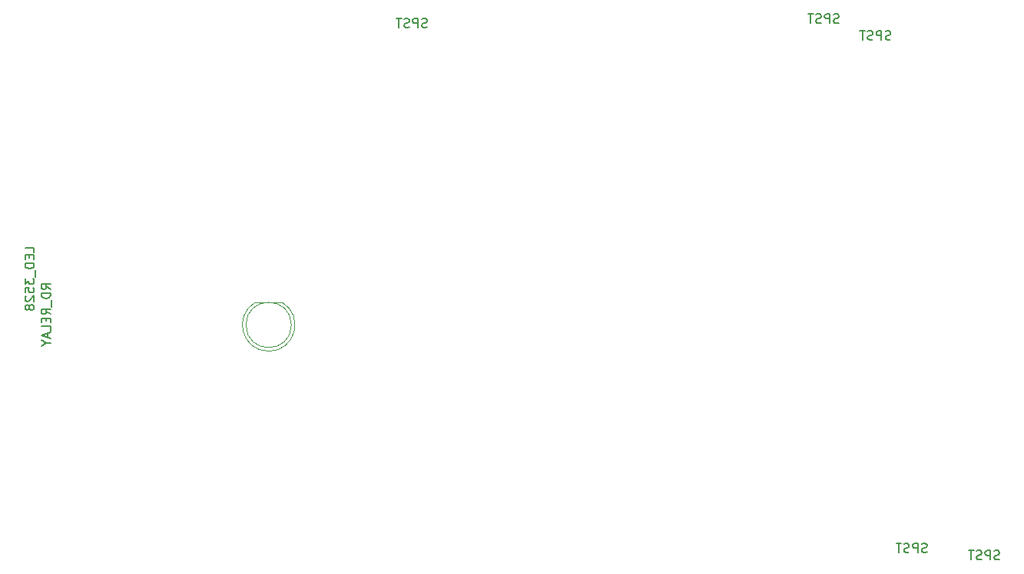
<source format=gbr>
%TF.GenerationSoftware,KiCad,Pcbnew,(5.1.10)-1*%
%TF.CreationDate,2022-09-03T16:46:32+05:30*%
%TF.ProjectId,ENC-nrf-301-02-REV05,454e432d-6e72-4662-9d33-30312d30322d,rev?*%
%TF.SameCoordinates,Original*%
%TF.FileFunction,Other,Fab,Bot*%
%FSLAX46Y46*%
G04 Gerber Fmt 4.6, Leading zero omitted, Abs format (unit mm)*
G04 Created by KiCad (PCBNEW (5.1.10)-1) date 2022-09-03 16:46:32*
%MOMM*%
%LPD*%
G01*
G04 APERTURE LIST*
%ADD10C,0.100000*%
%ADD11C,0.150000*%
G04 APERTURE END LIST*
D10*
%TO.C,D14*%
X111300000Y-100105000D02*
G75*
G03*
X111300000Y-100105000I-2500000J0D01*
G01*
X107330306Y-97605000D02*
X110269694Y-97605000D01*
X110269666Y-97604984D02*
G75*
G02*
X107330306Y-97605000I-1469666J-2500016D01*
G01*
%TD*%
%TO.C,SW12*%
D11*
X181342857Y-125154761D02*
X181200000Y-125202380D01*
X180961904Y-125202380D01*
X180866666Y-125154761D01*
X180819047Y-125107142D01*
X180771428Y-125011904D01*
X180771428Y-124916666D01*
X180819047Y-124821428D01*
X180866666Y-124773809D01*
X180961904Y-124726190D01*
X181152380Y-124678571D01*
X181247619Y-124630952D01*
X181295238Y-124583333D01*
X181342857Y-124488095D01*
X181342857Y-124392857D01*
X181295238Y-124297619D01*
X181247619Y-124250000D01*
X181152380Y-124202380D01*
X180914285Y-124202380D01*
X180771428Y-124250000D01*
X180342857Y-125202380D02*
X180342857Y-124202380D01*
X179961904Y-124202380D01*
X179866666Y-124250000D01*
X179819047Y-124297619D01*
X179771428Y-124392857D01*
X179771428Y-124535714D01*
X179819047Y-124630952D01*
X179866666Y-124678571D01*
X179961904Y-124726190D01*
X180342857Y-124726190D01*
X179390476Y-125154761D02*
X179247619Y-125202380D01*
X179009523Y-125202380D01*
X178914285Y-125154761D01*
X178866666Y-125107142D01*
X178819047Y-125011904D01*
X178819047Y-124916666D01*
X178866666Y-124821428D01*
X178914285Y-124773809D01*
X179009523Y-124726190D01*
X179200000Y-124678571D01*
X179295238Y-124630952D01*
X179342857Y-124583333D01*
X179390476Y-124488095D01*
X179390476Y-124392857D01*
X179342857Y-124297619D01*
X179295238Y-124250000D01*
X179200000Y-124202380D01*
X178961904Y-124202380D01*
X178819047Y-124250000D01*
X178533333Y-124202380D02*
X177961904Y-124202380D01*
X178247619Y-125202380D02*
X178247619Y-124202380D01*
%TO.C,SW9*%
X126242857Y-67254761D02*
X126100000Y-67302380D01*
X125861904Y-67302380D01*
X125766666Y-67254761D01*
X125719047Y-67207142D01*
X125671428Y-67111904D01*
X125671428Y-67016666D01*
X125719047Y-66921428D01*
X125766666Y-66873809D01*
X125861904Y-66826190D01*
X126052380Y-66778571D01*
X126147619Y-66730952D01*
X126195238Y-66683333D01*
X126242857Y-66588095D01*
X126242857Y-66492857D01*
X126195238Y-66397619D01*
X126147619Y-66350000D01*
X126052380Y-66302380D01*
X125814285Y-66302380D01*
X125671428Y-66350000D01*
X125242857Y-67302380D02*
X125242857Y-66302380D01*
X124861904Y-66302380D01*
X124766666Y-66350000D01*
X124719047Y-66397619D01*
X124671428Y-66492857D01*
X124671428Y-66635714D01*
X124719047Y-66730952D01*
X124766666Y-66778571D01*
X124861904Y-66826190D01*
X125242857Y-66826190D01*
X124290476Y-67254761D02*
X124147619Y-67302380D01*
X123909523Y-67302380D01*
X123814285Y-67254761D01*
X123766666Y-67207142D01*
X123719047Y-67111904D01*
X123719047Y-67016666D01*
X123766666Y-66921428D01*
X123814285Y-66873809D01*
X123909523Y-66826190D01*
X124100000Y-66778571D01*
X124195238Y-66730952D01*
X124242857Y-66683333D01*
X124290476Y-66588095D01*
X124290476Y-66492857D01*
X124242857Y-66397619D01*
X124195238Y-66350000D01*
X124100000Y-66302380D01*
X123861904Y-66302380D01*
X123719047Y-66350000D01*
X123433333Y-66302380D02*
X122861904Y-66302380D01*
X123147619Y-67302380D02*
X123147619Y-66302380D01*
%TO.C,SW8*%
X189342857Y-125954761D02*
X189200000Y-126002380D01*
X188961904Y-126002380D01*
X188866666Y-125954761D01*
X188819047Y-125907142D01*
X188771428Y-125811904D01*
X188771428Y-125716666D01*
X188819047Y-125621428D01*
X188866666Y-125573809D01*
X188961904Y-125526190D01*
X189152380Y-125478571D01*
X189247619Y-125430952D01*
X189295238Y-125383333D01*
X189342857Y-125288095D01*
X189342857Y-125192857D01*
X189295238Y-125097619D01*
X189247619Y-125050000D01*
X189152380Y-125002380D01*
X188914285Y-125002380D01*
X188771428Y-125050000D01*
X188342857Y-126002380D02*
X188342857Y-125002380D01*
X187961904Y-125002380D01*
X187866666Y-125050000D01*
X187819047Y-125097619D01*
X187771428Y-125192857D01*
X187771428Y-125335714D01*
X187819047Y-125430952D01*
X187866666Y-125478571D01*
X187961904Y-125526190D01*
X188342857Y-125526190D01*
X187390476Y-125954761D02*
X187247619Y-126002380D01*
X187009523Y-126002380D01*
X186914285Y-125954761D01*
X186866666Y-125907142D01*
X186819047Y-125811904D01*
X186819047Y-125716666D01*
X186866666Y-125621428D01*
X186914285Y-125573809D01*
X187009523Y-125526190D01*
X187200000Y-125478571D01*
X187295238Y-125430952D01*
X187342857Y-125383333D01*
X187390476Y-125288095D01*
X187390476Y-125192857D01*
X187342857Y-125097619D01*
X187295238Y-125050000D01*
X187200000Y-125002380D01*
X186961904Y-125002380D01*
X186819047Y-125050000D01*
X186533333Y-125002380D02*
X185961904Y-125002380D01*
X186247619Y-126002380D02*
X186247619Y-125002380D01*
%TO.C,SW1*%
X177342857Y-68604761D02*
X177200000Y-68652380D01*
X176961904Y-68652380D01*
X176866666Y-68604761D01*
X176819047Y-68557142D01*
X176771428Y-68461904D01*
X176771428Y-68366666D01*
X176819047Y-68271428D01*
X176866666Y-68223809D01*
X176961904Y-68176190D01*
X177152380Y-68128571D01*
X177247619Y-68080952D01*
X177295238Y-68033333D01*
X177342857Y-67938095D01*
X177342857Y-67842857D01*
X177295238Y-67747619D01*
X177247619Y-67700000D01*
X177152380Y-67652380D01*
X176914285Y-67652380D01*
X176771428Y-67700000D01*
X176342857Y-68652380D02*
X176342857Y-67652380D01*
X175961904Y-67652380D01*
X175866666Y-67700000D01*
X175819047Y-67747619D01*
X175771428Y-67842857D01*
X175771428Y-67985714D01*
X175819047Y-68080952D01*
X175866666Y-68128571D01*
X175961904Y-68176190D01*
X176342857Y-68176190D01*
X175390476Y-68604761D02*
X175247619Y-68652380D01*
X175009523Y-68652380D01*
X174914285Y-68604761D01*
X174866666Y-68557142D01*
X174819047Y-68461904D01*
X174819047Y-68366666D01*
X174866666Y-68271428D01*
X174914285Y-68223809D01*
X175009523Y-68176190D01*
X175200000Y-68128571D01*
X175295238Y-68080952D01*
X175342857Y-68033333D01*
X175390476Y-67938095D01*
X175390476Y-67842857D01*
X175342857Y-67747619D01*
X175295238Y-67700000D01*
X175200000Y-67652380D01*
X174961904Y-67652380D01*
X174819047Y-67700000D01*
X174533333Y-67652380D02*
X173961904Y-67652380D01*
X174247619Y-68652380D02*
X174247619Y-67652380D01*
%TO.C,SW4*%
X171642857Y-66754761D02*
X171500000Y-66802380D01*
X171261904Y-66802380D01*
X171166666Y-66754761D01*
X171119047Y-66707142D01*
X171071428Y-66611904D01*
X171071428Y-66516666D01*
X171119047Y-66421428D01*
X171166666Y-66373809D01*
X171261904Y-66326190D01*
X171452380Y-66278571D01*
X171547619Y-66230952D01*
X171595238Y-66183333D01*
X171642857Y-66088095D01*
X171642857Y-65992857D01*
X171595238Y-65897619D01*
X171547619Y-65850000D01*
X171452380Y-65802380D01*
X171214285Y-65802380D01*
X171071428Y-65850000D01*
X170642857Y-66802380D02*
X170642857Y-65802380D01*
X170261904Y-65802380D01*
X170166666Y-65850000D01*
X170119047Y-65897619D01*
X170071428Y-65992857D01*
X170071428Y-66135714D01*
X170119047Y-66230952D01*
X170166666Y-66278571D01*
X170261904Y-66326190D01*
X170642857Y-66326190D01*
X169690476Y-66754761D02*
X169547619Y-66802380D01*
X169309523Y-66802380D01*
X169214285Y-66754761D01*
X169166666Y-66707142D01*
X169119047Y-66611904D01*
X169119047Y-66516666D01*
X169166666Y-66421428D01*
X169214285Y-66373809D01*
X169309523Y-66326190D01*
X169500000Y-66278571D01*
X169595238Y-66230952D01*
X169642857Y-66183333D01*
X169690476Y-66088095D01*
X169690476Y-65992857D01*
X169642857Y-65897619D01*
X169595238Y-65850000D01*
X169500000Y-65802380D01*
X169261904Y-65802380D01*
X169119047Y-65850000D01*
X168833333Y-65802380D02*
X168261904Y-65802380D01*
X168547619Y-66802380D02*
X168547619Y-65802380D01*
%TO.C,SW_e1*%
X84752380Y-96164285D02*
X84276190Y-95830952D01*
X84752380Y-95592857D02*
X83752380Y-95592857D01*
X83752380Y-95973809D01*
X83800000Y-96069047D01*
X83847619Y-96116666D01*
X83942857Y-96164285D01*
X84085714Y-96164285D01*
X84180952Y-96116666D01*
X84228571Y-96069047D01*
X84276190Y-95973809D01*
X84276190Y-95592857D01*
X84752380Y-96592857D02*
X83752380Y-96592857D01*
X83752380Y-96830952D01*
X83800000Y-96973809D01*
X83895238Y-97069047D01*
X83990476Y-97116666D01*
X84180952Y-97164285D01*
X84323809Y-97164285D01*
X84514285Y-97116666D01*
X84609523Y-97069047D01*
X84704761Y-96973809D01*
X84752380Y-96830952D01*
X84752380Y-96592857D01*
X84847619Y-97354761D02*
X84847619Y-98116666D01*
X84752380Y-98926190D02*
X84276190Y-98592857D01*
X84752380Y-98354761D02*
X83752380Y-98354761D01*
X83752380Y-98735714D01*
X83800000Y-98830952D01*
X83847619Y-98878571D01*
X83942857Y-98926190D01*
X84085714Y-98926190D01*
X84180952Y-98878571D01*
X84228571Y-98830952D01*
X84276190Y-98735714D01*
X84276190Y-98354761D01*
X84228571Y-99354761D02*
X84228571Y-99688095D01*
X84752380Y-99830952D02*
X84752380Y-99354761D01*
X83752380Y-99354761D01*
X83752380Y-99830952D01*
X84752380Y-100735714D02*
X84752380Y-100259523D01*
X83752380Y-100259523D01*
X84466666Y-101021428D02*
X84466666Y-101497619D01*
X84752380Y-100926190D02*
X83752380Y-101259523D01*
X84752380Y-101592857D01*
X84276190Y-102116666D02*
X84752380Y-102116666D01*
X83752380Y-101783333D02*
X84276190Y-102116666D01*
X83752380Y-102450000D01*
%TO.C,D14*%
X82952380Y-92071428D02*
X82952380Y-91595238D01*
X81952380Y-91595238D01*
X82428571Y-92404761D02*
X82428571Y-92738095D01*
X82952380Y-92880952D02*
X82952380Y-92404761D01*
X81952380Y-92404761D01*
X81952380Y-92880952D01*
X82952380Y-93309523D02*
X81952380Y-93309523D01*
X81952380Y-93547619D01*
X82000000Y-93690476D01*
X82095238Y-93785714D01*
X82190476Y-93833333D01*
X82380952Y-93880952D01*
X82523809Y-93880952D01*
X82714285Y-93833333D01*
X82809523Y-93785714D01*
X82904761Y-93690476D01*
X82952380Y-93547619D01*
X82952380Y-93309523D01*
X83047619Y-94071428D02*
X83047619Y-94833333D01*
X81952380Y-94976190D02*
X81952380Y-95595238D01*
X82333333Y-95261904D01*
X82333333Y-95404761D01*
X82380952Y-95500000D01*
X82428571Y-95547619D01*
X82523809Y-95595238D01*
X82761904Y-95595238D01*
X82857142Y-95547619D01*
X82904761Y-95500000D01*
X82952380Y-95404761D01*
X82952380Y-95119047D01*
X82904761Y-95023809D01*
X82857142Y-94976190D01*
X81952380Y-96500000D02*
X81952380Y-96023809D01*
X82428571Y-95976190D01*
X82380952Y-96023809D01*
X82333333Y-96119047D01*
X82333333Y-96357142D01*
X82380952Y-96452380D01*
X82428571Y-96500000D01*
X82523809Y-96547619D01*
X82761904Y-96547619D01*
X82857142Y-96500000D01*
X82904761Y-96452380D01*
X82952380Y-96357142D01*
X82952380Y-96119047D01*
X82904761Y-96023809D01*
X82857142Y-95976190D01*
X82047619Y-96928571D02*
X82000000Y-96976190D01*
X81952380Y-97071428D01*
X81952380Y-97309523D01*
X82000000Y-97404761D01*
X82047619Y-97452380D01*
X82142857Y-97500000D01*
X82238095Y-97500000D01*
X82380952Y-97452380D01*
X82952380Y-96880952D01*
X82952380Y-97500000D01*
X82380952Y-98071428D02*
X82333333Y-97976190D01*
X82285714Y-97928571D01*
X82190476Y-97880952D01*
X82142857Y-97880952D01*
X82047619Y-97928571D01*
X82000000Y-97976190D01*
X81952380Y-98071428D01*
X81952380Y-98261904D01*
X82000000Y-98357142D01*
X82047619Y-98404761D01*
X82142857Y-98452380D01*
X82190476Y-98452380D01*
X82285714Y-98404761D01*
X82333333Y-98357142D01*
X82380952Y-98261904D01*
X82380952Y-98071428D01*
X82428571Y-97976190D01*
X82476190Y-97928571D01*
X82571428Y-97880952D01*
X82761904Y-97880952D01*
X82857142Y-97928571D01*
X82904761Y-97976190D01*
X82952380Y-98071428D01*
X82952380Y-98261904D01*
X82904761Y-98357142D01*
X82857142Y-98404761D01*
X82761904Y-98452380D01*
X82571428Y-98452380D01*
X82476190Y-98404761D01*
X82428571Y-98357142D01*
X82380952Y-98261904D01*
%TD*%
M02*

</source>
